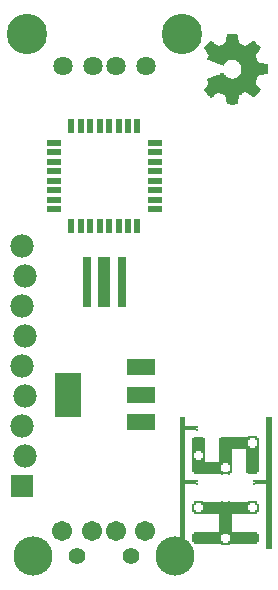
<source format=gts>
G75*
%MOIN*%
%OFA0B0*%
%FSLAX25Y25*%
%IPPOS*%
%LPD*%
%AMOC8*
5,1,8,0,0,1.08239X$1,22.5*
%
%ADD10R,0.09200X0.05200*%
%ADD11R,0.09061X0.14573*%
%ADD12R,0.07800X0.07800*%
%ADD13C,0.07800*%
%ADD14R,0.02369X0.05124*%
%ADD15R,0.05124X0.02369*%
%ADD16C,0.06422*%
%ADD17C,0.13455*%
%ADD18C,0.06737*%
%ADD19C,0.13061*%
%ADD20C,0.05518*%
%ADD21R,0.03156X0.16542*%
%ADD22R,0.04337X0.16542*%
%ADD23R,0.00600X0.44400*%
%ADD24R,0.00600X0.01800*%
%ADD25R,0.00600X0.11400*%
%ADD26R,0.00600X0.03000*%
%ADD27R,0.00600X0.05400*%
%ADD28R,0.00600X0.01200*%
%ADD29R,0.00600X0.04200*%
%ADD30R,0.00600X0.00600*%
%ADD31R,0.00600X0.04800*%
%ADD32R,0.00600X0.12000*%
%ADD33R,0.00600X0.14400*%
%ADD34R,0.00600X0.09600*%
%ADD35R,0.00600X0.09000*%
%ADD36R,0.00600X0.10800*%
%ADD37R,0.00039X0.00197*%
%ADD38R,0.00039X0.00315*%
%ADD39R,0.00039X0.00394*%
%ADD40R,0.00039X0.00512*%
%ADD41R,0.00039X0.00591*%
%ADD42R,0.00039X0.00709*%
%ADD43R,0.00039X0.00787*%
%ADD44R,0.00039X0.00866*%
%ADD45R,0.00039X0.00984*%
%ADD46R,0.00039X0.01063*%
%ADD47R,0.00039X0.01181*%
%ADD48R,0.00039X0.01260*%
%ADD49R,0.00039X0.01378*%
%ADD50R,0.00039X0.01457*%
%ADD51R,0.00039X0.01575*%
%ADD52R,0.00039X0.01654*%
%ADD53R,0.00039X0.01772*%
%ADD54R,0.00039X0.01850*%
%ADD55R,0.00039X0.01929*%
%ADD56R,0.00039X0.02047*%
%ADD57R,0.00039X0.02126*%
%ADD58R,0.00039X0.02244*%
%ADD59R,0.00039X0.02323*%
%ADD60R,0.00039X0.02441*%
%ADD61R,0.00039X0.02520*%
%ADD62R,0.00039X0.02638*%
%ADD63R,0.00039X0.02717*%
%ADD64R,0.00039X0.00079*%
%ADD65R,0.00039X0.02835*%
%ADD66R,0.00039X0.00236*%
%ADD67R,0.00039X0.02913*%
%ADD68R,0.00039X0.02992*%
%ADD69R,0.00039X0.03110*%
%ADD70R,0.00039X0.03189*%
%ADD71R,0.00039X0.03307*%
%ADD72R,0.00039X0.03386*%
%ADD73R,0.00039X0.03504*%
%ADD74R,0.00039X0.00906*%
%ADD75R,0.00039X0.03583*%
%ADD76R,0.00039X0.03701*%
%ADD77R,0.00039X0.01024*%
%ADD78R,0.00039X0.03780*%
%ADD79R,0.00039X0.01142*%
%ADD80R,0.00039X0.03898*%
%ADD81R,0.00039X0.01220*%
%ADD82R,0.00039X0.03976*%
%ADD83R,0.00039X0.01339*%
%ADD84R,0.00039X0.04094*%
%ADD85R,0.00039X0.05669*%
%ADD86R,0.00039X0.05748*%
%ADD87R,0.00039X0.05787*%
%ADD88R,0.00039X0.05866*%
%ADD89R,0.00039X0.05906*%
%ADD90R,0.00039X0.05984*%
%ADD91R,0.00039X0.06024*%
%ADD92R,0.00039X0.06063*%
%ADD93R,0.00039X0.06142*%
%ADD94R,0.00039X0.06181*%
%ADD95R,0.00039X0.06260*%
%ADD96R,0.00039X0.06299*%
%ADD97R,0.00039X0.06339*%
%ADD98R,0.00039X0.06417*%
%ADD99R,0.00039X0.06496*%
%ADD100R,0.00039X0.06457*%
%ADD101R,0.00039X0.06378*%
%ADD102R,0.00039X0.06220*%
%ADD103R,0.00039X0.06102*%
%ADD104R,0.00039X0.05945*%
%ADD105R,0.00039X0.06535*%
%ADD106R,0.00039X0.06575*%
%ADD107R,0.00039X0.06614*%
%ADD108R,0.00039X0.06693*%
%ADD109R,0.00039X0.06732*%
%ADD110R,0.00039X0.06772*%
%ADD111R,0.00039X0.06811*%
%ADD112R,0.00039X0.06850*%
%ADD113R,0.00039X0.06890*%
%ADD114R,0.00039X0.06929*%
%ADD115R,0.00039X0.06969*%
%ADD116R,0.00039X0.07008*%
%ADD117R,0.00039X0.06654*%
%ADD118R,0.00039X0.07126*%
%ADD119R,0.00039X0.07283*%
%ADD120R,0.00039X0.07480*%
%ADD121R,0.00039X0.07677*%
%ADD122R,0.00039X0.07835*%
%ADD123R,0.00039X0.08031*%
%ADD124R,0.00039X0.08228*%
%ADD125R,0.00039X0.08386*%
%ADD126R,0.00039X0.08583*%
%ADD127R,0.00039X0.08780*%
%ADD128R,0.00039X0.08740*%
%ADD129R,0.00039X0.08701*%
%ADD130R,0.00039X0.08661*%
%ADD131R,0.00039X0.08622*%
%ADD132R,0.00039X0.08543*%
%ADD133R,0.00039X0.08504*%
%ADD134R,0.00039X0.08465*%
%ADD135R,0.00039X0.08425*%
%ADD136R,0.00039X0.08819*%
%ADD137R,0.00039X0.08268*%
%ADD138R,0.00039X0.08071*%
%ADD139R,0.00039X0.07913*%
%ADD140R,0.00039X0.07717*%
%ADD141R,0.00039X0.07559*%
%ADD142R,0.00039X0.07323*%
%ADD143R,0.00039X0.07165*%
%ADD144R,0.00039X0.07087*%
%ADD145R,0.00039X0.07402*%
%ADD146R,0.00039X0.16260*%
%ADD147R,0.00039X0.16181*%
%ADD148R,0.00039X0.16102*%
%ADD149R,0.00039X0.16024*%
%ADD150R,0.00039X0.15945*%
%ADD151R,0.00039X0.15866*%
%ADD152R,0.00039X0.15787*%
%ADD153R,0.00039X0.15709*%
%ADD154R,0.00039X0.15630*%
%ADD155R,0.00039X0.15551*%
%ADD156R,0.00039X0.15472*%
%ADD157R,0.00039X0.15394*%
%ADD158R,0.00039X0.15315*%
%ADD159R,0.00039X0.15236*%
%ADD160R,0.00039X0.16339*%
%ADD161R,0.00039X0.16417*%
%ADD162R,0.00039X0.16496*%
%ADD163R,0.00039X0.16575*%
%ADD164R,0.00039X0.16654*%
%ADD165R,0.00039X0.16732*%
%ADD166R,0.00039X0.16811*%
%ADD167R,0.00039X0.16890*%
%ADD168R,0.00039X0.16969*%
%ADD169R,0.00039X0.17047*%
%ADD170R,0.00039X0.17126*%
%ADD171R,0.00039X0.17205*%
%ADD172R,0.00039X0.17283*%
%ADD173R,0.00039X0.17362*%
%ADD174R,0.00039X0.17441*%
%ADD175R,0.00039X0.17520*%
%ADD176R,0.00039X0.17598*%
%ADD177R,0.00039X0.17677*%
%ADD178R,0.00039X0.17756*%
%ADD179R,0.00039X0.17835*%
%ADD180R,0.00039X0.17913*%
%ADD181R,0.00039X0.17992*%
%ADD182R,0.00039X0.18071*%
%ADD183R,0.00039X0.18150*%
%ADD184R,0.00039X0.18228*%
%ADD185R,0.00039X0.18307*%
%ADD186R,0.00039X0.18386*%
%ADD187R,0.00039X0.18465*%
%ADD188R,0.00039X0.18543*%
%ADD189R,0.00039X0.18622*%
%ADD190R,0.00039X0.18701*%
%ADD191R,0.00039X0.04370*%
%ADD192R,0.00039X0.04291*%
%ADD193R,0.00039X0.04173*%
%ADD194R,0.00039X0.07992*%
%ADD195R,0.00039X0.07598*%
%ADD196R,0.00039X0.07441*%
%ADD197R,0.00039X0.07205*%
%ADD198R,0.00039X0.03622*%
%ADD199R,0.00039X0.07047*%
%ADD200R,0.00039X0.03425*%
%ADD201R,0.00039X0.03228*%
%ADD202R,0.00039X0.03031*%
%ADD203R,0.00039X0.05709*%
%ADD204R,0.00039X0.05512*%
%ADD205R,0.00039X0.05315*%
%ADD206R,0.00039X0.05157*%
%ADD207R,0.00039X0.02559*%
%ADD208R,0.00039X0.04921*%
%ADD209R,0.00039X0.04764*%
%ADD210R,0.00039X0.02362*%
%ADD211R,0.00039X0.04606*%
%ADD212R,0.00039X0.04528*%
%ADD213R,0.00039X0.02165*%
%ADD214R,0.00039X0.04449*%
%ADD215R,0.00039X0.04409*%
%ADD216R,0.00039X0.01969*%
%ADD217R,0.00039X0.01299*%
%ADD218R,0.00039X0.01102*%
%ADD219R,0.00039X0.04213*%
%ADD220R,0.00039X0.04134*%
%ADD221R,0.00039X0.04055*%
%ADD222R,0.00039X0.03819*%
%ADD223R,0.00039X0.03740*%
%ADD224R,0.00039X0.03661*%
%ADD225R,0.00039X0.03346*%
%ADD226R,0.00039X0.03268*%
D10*
X0053370Y0116316D03*
X0053370Y0125416D03*
X0053370Y0134516D03*
D11*
X0028969Y0125416D03*
D12*
X0013780Y0095022D03*
D13*
X0014780Y0105022D03*
X0013780Y0115022D03*
X0014780Y0125022D03*
X0013780Y0135022D03*
X0014780Y0145022D03*
X0013780Y0155022D03*
X0014780Y0165022D03*
X0013808Y0175022D03*
D14*
X0030146Y0181518D03*
X0033296Y0181518D03*
X0036446Y0181518D03*
X0039595Y0181518D03*
X0042745Y0181518D03*
X0045894Y0181518D03*
X0049044Y0181518D03*
X0052194Y0181518D03*
X0052194Y0214983D03*
X0049044Y0214983D03*
X0045894Y0214983D03*
X0042745Y0214983D03*
X0039595Y0214983D03*
X0036446Y0214983D03*
X0033296Y0214983D03*
X0029950Y0214983D03*
D15*
X0024438Y0209274D03*
X0024438Y0206124D03*
X0024438Y0202975D03*
X0024438Y0199825D03*
X0024438Y0196676D03*
X0024438Y0193526D03*
X0024438Y0190376D03*
X0024438Y0187227D03*
X0057902Y0187227D03*
X0057902Y0190376D03*
X0057902Y0193526D03*
X0057902Y0196676D03*
X0057902Y0199825D03*
X0057902Y0202975D03*
X0057902Y0206124D03*
X0057902Y0209274D03*
D16*
X0054950Y0234825D03*
X0045107Y0234825D03*
X0037233Y0234825D03*
X0027391Y0234825D03*
D17*
X0015304Y0245494D03*
X0067036Y0245494D03*
D18*
X0054753Y0079865D03*
X0044910Y0079865D03*
X0037036Y0079865D03*
X0027194Y0079865D03*
D19*
X0017351Y0071479D03*
X0064595Y0071479D03*
D20*
X0050028Y0071479D03*
X0031918Y0071479D03*
D21*
X0035265Y0162817D03*
X0047076Y0162817D03*
D22*
X0041170Y0162817D03*
D23*
X0066592Y0095810D03*
X0067192Y0095810D03*
X0067792Y0095810D03*
X0095392Y0095810D03*
X0095992Y0095810D03*
X0096592Y0095810D03*
D24*
X0094792Y0096110D03*
X0094192Y0096110D03*
X0093592Y0096110D03*
X0092992Y0096110D03*
X0092392Y0096110D03*
X0091792Y0096110D03*
X0071392Y0096110D03*
X0070792Y0096110D03*
X0070192Y0096110D03*
X0069592Y0096110D03*
X0068992Y0096110D03*
X0068392Y0096110D03*
X0068392Y0114110D03*
X0068992Y0114110D03*
X0069592Y0114110D03*
X0070192Y0114110D03*
X0070792Y0114110D03*
X0071392Y0114110D03*
D25*
X0070792Y0105110D03*
X0080392Y0084110D03*
X0082792Y0084110D03*
X0092392Y0105110D03*
D26*
X0092392Y0087710D03*
X0092392Y0077510D03*
X0070792Y0077510D03*
X0070792Y0087710D03*
D27*
X0071392Y0101510D03*
X0071392Y0108710D03*
X0073792Y0108710D03*
X0073792Y0101510D03*
D28*
X0073792Y0089210D03*
X0073792Y0086210D03*
X0071392Y0086210D03*
X0071392Y0089210D03*
X0080392Y0099410D03*
X0082792Y0099410D03*
X0089392Y0089210D03*
X0091792Y0089210D03*
X0091792Y0086210D03*
X0089392Y0086210D03*
X0082792Y0076010D03*
X0080392Y0076010D03*
X0089392Y0110810D03*
X0091792Y0110810D03*
D29*
X0088192Y0109310D03*
X0087592Y0109310D03*
X0086992Y0109310D03*
X0086392Y0109310D03*
X0085792Y0109310D03*
X0085192Y0109310D03*
X0084592Y0109310D03*
X0083992Y0109310D03*
X0079192Y0100910D03*
X0078592Y0100910D03*
X0077992Y0100910D03*
X0077392Y0100910D03*
X0076792Y0100910D03*
X0076192Y0100910D03*
X0075592Y0100910D03*
X0074992Y0100910D03*
X0074992Y0087710D03*
X0074392Y0087710D03*
X0075592Y0087710D03*
X0076192Y0087710D03*
X0076792Y0087710D03*
X0077392Y0087710D03*
X0077992Y0087710D03*
X0078592Y0087710D03*
X0079192Y0087710D03*
X0079192Y0077510D03*
X0078592Y0077510D03*
X0077992Y0077510D03*
X0077392Y0077510D03*
X0076792Y0077510D03*
X0076192Y0077510D03*
X0075592Y0077510D03*
X0074992Y0077510D03*
X0074392Y0077510D03*
X0073792Y0077510D03*
X0073192Y0077510D03*
X0072592Y0077510D03*
X0071992Y0077510D03*
X0071392Y0077510D03*
X0083992Y0077510D03*
X0084592Y0077510D03*
X0085192Y0077510D03*
X0085792Y0077510D03*
X0086392Y0077510D03*
X0086992Y0077510D03*
X0087592Y0077510D03*
X0088192Y0077510D03*
X0088792Y0077510D03*
X0089392Y0077510D03*
X0089992Y0077510D03*
X0090592Y0077510D03*
X0091192Y0077510D03*
X0091792Y0077510D03*
X0088792Y0087710D03*
X0088192Y0087710D03*
X0087592Y0087710D03*
X0086992Y0087710D03*
X0086392Y0087710D03*
X0085792Y0087710D03*
X0085192Y0087710D03*
X0084592Y0087710D03*
X0083992Y0087710D03*
D30*
X0082192Y0099110D03*
X0081592Y0099110D03*
X0080992Y0099110D03*
X0073192Y0089510D03*
X0072592Y0089510D03*
X0071992Y0089510D03*
X0071992Y0085910D03*
X0072592Y0085910D03*
X0073192Y0085910D03*
X0071992Y0095510D03*
X0071992Y0096710D03*
X0071992Y0113510D03*
X0071992Y0114710D03*
X0080992Y0075710D03*
X0081592Y0075710D03*
X0082192Y0075710D03*
X0089992Y0085910D03*
X0090592Y0085910D03*
X0091192Y0085910D03*
X0091192Y0089510D03*
X0090592Y0089510D03*
X0089992Y0089510D03*
X0091192Y0095510D03*
X0091192Y0096710D03*
X0091192Y0111110D03*
X0090592Y0111110D03*
X0089992Y0111110D03*
D31*
X0073192Y0109010D03*
X0072592Y0109010D03*
X0071992Y0109010D03*
X0071992Y0101210D03*
X0072592Y0101210D03*
X0073192Y0101210D03*
D32*
X0074392Y0104810D03*
X0079792Y0104810D03*
X0083392Y0105410D03*
X0088792Y0105410D03*
D33*
X0083392Y0082610D03*
X0079792Y0082610D03*
D34*
X0089392Y0103610D03*
X0091792Y0103610D03*
X0082792Y0106610D03*
X0080392Y0106610D03*
D35*
X0080992Y0106910D03*
X0081592Y0106910D03*
X0082192Y0106910D03*
X0089992Y0103310D03*
X0090592Y0103310D03*
X0091192Y0103310D03*
D36*
X0082192Y0084410D03*
X0081592Y0084410D03*
X0080992Y0084410D03*
D37*
X0074635Y0226754D03*
X0074635Y0240928D03*
D38*
X0074674Y0240908D03*
X0075737Y0237325D03*
X0075737Y0230357D03*
X0074674Y0226774D03*
X0093217Y0226774D03*
X0093217Y0240908D03*
D39*
X0093178Y0240908D03*
X0093178Y0226774D03*
X0075776Y0230317D03*
X0074713Y0226774D03*
X0075776Y0237365D03*
X0074713Y0240908D03*
D40*
X0074753Y0240888D03*
X0075816Y0237384D03*
X0075816Y0230298D03*
X0074753Y0226794D03*
X0093139Y0226794D03*
X0093139Y0240888D03*
D41*
X0093099Y0240888D03*
X0093099Y0226794D03*
X0075855Y0230258D03*
X0074792Y0226794D03*
X0075855Y0237424D03*
X0074792Y0240888D03*
D42*
X0074831Y0240869D03*
X0075894Y0237443D03*
X0075894Y0230239D03*
X0074831Y0226813D03*
X0093060Y0226813D03*
X0093060Y0240869D03*
D43*
X0093020Y0240869D03*
X0093020Y0226813D03*
X0075934Y0230199D03*
X0074871Y0226813D03*
X0075934Y0237483D03*
X0074871Y0240869D03*
D44*
X0074910Y0240869D03*
X0074910Y0226813D03*
D45*
X0074950Y0226833D03*
X0076013Y0230140D03*
X0076013Y0237542D03*
X0074950Y0240849D03*
X0092942Y0240849D03*
X0092942Y0226833D03*
D46*
X0074989Y0226833D03*
X0074989Y0240849D03*
D47*
X0075028Y0240829D03*
X0075028Y0226853D03*
X0092863Y0226853D03*
X0092863Y0240829D03*
D48*
X0075068Y0240829D03*
X0075068Y0226853D03*
D49*
X0075107Y0226872D03*
X0075107Y0240809D03*
X0092784Y0240809D03*
X0092784Y0226872D03*
D50*
X0092745Y0226872D03*
X0092745Y0240809D03*
X0076209Y0237699D03*
X0075146Y0240809D03*
X0076209Y0229983D03*
X0075146Y0226872D03*
D51*
X0075186Y0226892D03*
X0075186Y0240790D03*
X0092706Y0240790D03*
X0092706Y0226892D03*
D52*
X0092666Y0226892D03*
X0092666Y0240790D03*
X0075225Y0240790D03*
X0075225Y0226892D03*
D53*
X0075265Y0226912D03*
X0075265Y0240770D03*
X0092627Y0240770D03*
X0092627Y0226912D03*
D54*
X0092587Y0226912D03*
X0092587Y0240770D03*
X0075304Y0240770D03*
X0075304Y0226912D03*
D55*
X0075343Y0226912D03*
X0075343Y0240770D03*
D56*
X0075383Y0240750D03*
X0075383Y0226931D03*
X0092509Y0226931D03*
X0092509Y0240750D03*
D57*
X0075422Y0240750D03*
X0075422Y0226931D03*
D58*
X0075461Y0226951D03*
X0075461Y0240731D03*
X0092430Y0240731D03*
X0092430Y0226951D03*
D59*
X0075501Y0226951D03*
X0075501Y0240731D03*
D60*
X0075540Y0240711D03*
X0075540Y0226971D03*
X0092351Y0226971D03*
X0092351Y0240711D03*
D61*
X0075580Y0240711D03*
X0075580Y0226971D03*
D62*
X0075619Y0226991D03*
X0075619Y0240691D03*
X0092272Y0240691D03*
X0092272Y0226991D03*
D63*
X0092233Y0226991D03*
X0092233Y0240691D03*
X0075658Y0240691D03*
X0075658Y0226991D03*
D64*
X0075658Y0230396D03*
X0075658Y0237286D03*
D65*
X0075698Y0240672D03*
X0075698Y0227010D03*
X0092194Y0227010D03*
X0092194Y0240672D03*
D66*
X0093257Y0240908D03*
X0093257Y0226774D03*
X0075698Y0230357D03*
X0075698Y0237325D03*
D67*
X0075737Y0240672D03*
X0075737Y0227010D03*
X0092154Y0227010D03*
X0092154Y0240672D03*
D68*
X0075776Y0240672D03*
X0075776Y0227010D03*
D69*
X0075816Y0227030D03*
X0075816Y0240652D03*
X0092076Y0240652D03*
X0092076Y0227030D03*
D70*
X0095540Y0233841D03*
X0095580Y0233841D03*
X0075855Y0240652D03*
X0075855Y0227030D03*
D71*
X0075894Y0227050D03*
X0075894Y0240632D03*
X0091997Y0240632D03*
X0091997Y0227050D03*
D72*
X0075934Y0227050D03*
X0075934Y0240632D03*
D73*
X0075973Y0240613D03*
X0075973Y0227069D03*
X0091918Y0227069D03*
X0094831Y0233841D03*
X0094871Y0233841D03*
X0094910Y0233841D03*
X0094950Y0233841D03*
X0094989Y0233841D03*
X0091918Y0240613D03*
D74*
X0092981Y0240849D03*
X0092981Y0226833D03*
X0075973Y0230180D03*
X0075973Y0237502D03*
D75*
X0076013Y0240613D03*
X0076013Y0227069D03*
X0094595Y0233841D03*
X0094635Y0233841D03*
X0094674Y0233841D03*
X0094713Y0233841D03*
X0094753Y0233841D03*
X0094792Y0233841D03*
D76*
X0091839Y0240593D03*
X0091839Y0227089D03*
X0076052Y0227089D03*
X0076052Y0240593D03*
D77*
X0076052Y0237561D03*
X0076052Y0230120D03*
D78*
X0076091Y0227089D03*
X0076091Y0240593D03*
X0091800Y0240593D03*
X0094162Y0233821D03*
X0091800Y0227089D03*
D79*
X0076091Y0230101D03*
X0076091Y0237581D03*
D80*
X0076131Y0240573D03*
X0076131Y0227109D03*
X0091761Y0227109D03*
X0093769Y0233841D03*
X0093808Y0233841D03*
X0093847Y0233841D03*
X0093887Y0233841D03*
X0093926Y0233841D03*
X0091761Y0240573D03*
D81*
X0076131Y0237620D03*
X0076131Y0230061D03*
D82*
X0076170Y0227109D03*
X0076170Y0240573D03*
X0091721Y0240573D03*
X0093532Y0233841D03*
X0093572Y0233841D03*
X0093611Y0233841D03*
X0093650Y0233841D03*
X0093690Y0233841D03*
X0093729Y0233841D03*
X0091721Y0227109D03*
D83*
X0076170Y0230042D03*
X0076170Y0237640D03*
D84*
X0076209Y0240554D03*
X0076209Y0227128D03*
X0091682Y0227128D03*
X0091682Y0240554D03*
D85*
X0076249Y0239806D03*
X0076249Y0227876D03*
D86*
X0076288Y0227876D03*
X0076288Y0239806D03*
D87*
X0076328Y0239825D03*
X0076328Y0227857D03*
D88*
X0076367Y0227857D03*
X0079202Y0228998D03*
X0079241Y0229038D03*
X0079280Y0229038D03*
X0079320Y0229077D03*
X0079359Y0229077D03*
X0079359Y0238605D03*
X0079320Y0238605D03*
X0079280Y0238644D03*
X0079241Y0238644D03*
X0079202Y0238683D03*
X0076367Y0239825D03*
X0092115Y0233841D03*
D89*
X0079477Y0238585D03*
X0079438Y0238585D03*
X0079398Y0238585D03*
X0079162Y0238703D03*
X0079123Y0238703D03*
X0079083Y0238743D03*
X0076406Y0239845D03*
X0079398Y0229097D03*
X0079438Y0229097D03*
X0079477Y0229097D03*
X0079162Y0228979D03*
X0079123Y0228979D03*
X0079083Y0228939D03*
X0076406Y0227837D03*
D90*
X0076446Y0227837D03*
X0078808Y0228782D03*
X0078847Y0228821D03*
X0078887Y0228821D03*
X0078926Y0228861D03*
X0079517Y0229097D03*
X0079556Y0229097D03*
X0079556Y0238585D03*
X0079517Y0238585D03*
X0078926Y0238821D03*
X0078887Y0238861D03*
X0078847Y0238861D03*
X0078808Y0238900D03*
X0076446Y0239845D03*
D91*
X0076485Y0239865D03*
X0078611Y0238998D03*
X0078690Y0238959D03*
X0078729Y0238920D03*
X0078769Y0238920D03*
X0078769Y0228762D03*
X0078729Y0228762D03*
X0078690Y0228723D03*
X0078611Y0228683D03*
X0076485Y0227817D03*
D92*
X0076524Y0227798D03*
X0078493Y0228624D03*
X0078532Y0228624D03*
X0078572Y0228664D03*
X0078650Y0228703D03*
X0079595Y0229097D03*
X0079635Y0229097D03*
X0079674Y0229097D03*
X0079674Y0238585D03*
X0079635Y0238585D03*
X0079595Y0238585D03*
X0078650Y0238979D03*
X0078572Y0239018D03*
X0078532Y0239057D03*
X0078493Y0239057D03*
X0076524Y0239884D03*
D93*
X0076564Y0239884D03*
X0078217Y0239215D03*
X0078296Y0239176D03*
X0078375Y0239136D03*
X0079713Y0238585D03*
X0079753Y0238585D03*
X0079753Y0229097D03*
X0079713Y0229097D03*
X0078375Y0228546D03*
X0078296Y0228506D03*
X0078217Y0228467D03*
X0076564Y0227798D03*
D94*
X0076603Y0227778D03*
X0078060Y0228369D03*
X0078099Y0228408D03*
X0078139Y0228408D03*
X0078178Y0228447D03*
X0078257Y0228487D03*
X0078257Y0239195D03*
X0078178Y0239235D03*
X0078139Y0239274D03*
X0078099Y0239274D03*
X0078060Y0239313D03*
X0076603Y0239904D03*
D95*
X0076643Y0239904D03*
X0077745Y0239471D03*
X0077824Y0239431D03*
X0077902Y0239392D03*
X0079871Y0238565D03*
X0079871Y0229117D03*
X0077902Y0228290D03*
X0077824Y0228250D03*
X0077745Y0228211D03*
X0076643Y0227778D03*
X0086170Y0228369D03*
X0086209Y0228408D03*
X0086249Y0228447D03*
X0086288Y0228487D03*
X0086288Y0239195D03*
X0086249Y0239235D03*
X0086209Y0239274D03*
X0086170Y0239313D03*
X0092036Y0233841D03*
D96*
X0086131Y0239372D03*
X0081761Y0239372D03*
X0081721Y0239333D03*
X0081682Y0239294D03*
X0081643Y0239254D03*
X0079950Y0238585D03*
X0079910Y0238585D03*
X0077784Y0239451D03*
X0077706Y0239491D03*
X0077666Y0239530D03*
X0076682Y0239924D03*
X0079910Y0229097D03*
X0079950Y0229097D03*
X0081643Y0228428D03*
X0081682Y0228388D03*
X0081721Y0228349D03*
X0081761Y0228309D03*
X0077784Y0228231D03*
X0077706Y0228191D03*
X0077666Y0228152D03*
X0076682Y0227758D03*
X0086131Y0228309D03*
D97*
X0086328Y0228526D03*
X0086328Y0239156D03*
X0081603Y0239235D03*
X0077627Y0239550D03*
X0077587Y0239550D03*
X0077548Y0239589D03*
X0077469Y0239628D03*
X0076721Y0239943D03*
X0077587Y0228132D03*
X0077627Y0228132D03*
X0077548Y0228093D03*
X0077469Y0228054D03*
X0076721Y0227739D03*
X0081603Y0228447D03*
D98*
X0081485Y0228526D03*
X0081446Y0228565D03*
X0080068Y0229117D03*
X0077312Y0227975D03*
X0077272Y0227935D03*
X0077233Y0227935D03*
X0077194Y0227896D03*
X0076800Y0227739D03*
X0076761Y0227739D03*
X0080068Y0238565D03*
X0081446Y0239117D03*
X0081485Y0239156D03*
X0077312Y0239707D03*
X0077272Y0239746D03*
X0077233Y0239746D03*
X0077194Y0239786D03*
X0076800Y0239943D03*
X0076761Y0239943D03*
X0086446Y0239077D03*
X0086485Y0239038D03*
X0086485Y0228644D03*
X0086446Y0228605D03*
D99*
X0086524Y0228683D03*
X0086564Y0228723D03*
X0086091Y0228211D03*
X0086564Y0238959D03*
X0086524Y0238998D03*
X0086091Y0239471D03*
X0081406Y0239077D03*
X0077036Y0239865D03*
X0076997Y0239904D03*
X0076957Y0239904D03*
X0076879Y0239943D03*
X0076839Y0239943D03*
X0077036Y0227817D03*
X0076997Y0227778D03*
X0076957Y0227778D03*
X0076879Y0227739D03*
X0076839Y0227739D03*
X0081406Y0228605D03*
X0091997Y0233841D03*
D100*
X0080146Y0238585D03*
X0080107Y0238585D03*
X0077154Y0239806D03*
X0077115Y0239806D03*
X0077076Y0239845D03*
X0076918Y0239924D03*
X0080107Y0229097D03*
X0080146Y0229097D03*
X0077154Y0227876D03*
X0077115Y0227876D03*
X0077076Y0227837D03*
X0076918Y0227758D03*
D101*
X0077351Y0227994D03*
X0077391Y0227994D03*
X0077430Y0228034D03*
X0077509Y0228073D03*
X0079989Y0229097D03*
X0080028Y0229097D03*
X0081524Y0228506D03*
X0081564Y0228467D03*
X0081800Y0228231D03*
X0086367Y0228546D03*
X0086406Y0228585D03*
X0086406Y0239097D03*
X0086367Y0239136D03*
X0081800Y0239451D03*
X0081564Y0239215D03*
X0081524Y0239176D03*
X0080028Y0238585D03*
X0079989Y0238585D03*
X0077509Y0239609D03*
X0077430Y0239648D03*
X0077391Y0239687D03*
X0077351Y0239687D03*
D102*
X0077863Y0239412D03*
X0077942Y0239372D03*
X0077981Y0239333D03*
X0078020Y0239333D03*
X0079792Y0238585D03*
X0079831Y0238585D03*
X0079831Y0229097D03*
X0079792Y0229097D03*
X0078020Y0228349D03*
X0077981Y0228349D03*
X0077942Y0228309D03*
X0077863Y0228270D03*
D103*
X0078335Y0228526D03*
X0078414Y0228565D03*
X0078454Y0228605D03*
X0078454Y0239077D03*
X0078414Y0239117D03*
X0078335Y0239156D03*
X0092076Y0233841D03*
D104*
X0079044Y0238762D03*
X0079005Y0238802D03*
X0078965Y0238802D03*
X0079044Y0228920D03*
X0079005Y0228880D03*
X0078965Y0228880D03*
D105*
X0080186Y0229097D03*
X0080225Y0229097D03*
X0081328Y0228664D03*
X0081367Y0228624D03*
X0080225Y0238585D03*
X0080186Y0238585D03*
X0081328Y0239018D03*
X0081367Y0239057D03*
X0086603Y0238939D03*
X0086603Y0228743D03*
D106*
X0081839Y0228093D03*
X0080265Y0229117D03*
X0080265Y0238565D03*
X0081839Y0239589D03*
D107*
X0081288Y0238979D03*
X0081249Y0238939D03*
X0080343Y0238585D03*
X0080304Y0238585D03*
X0080304Y0229097D03*
X0080343Y0229097D03*
X0081249Y0228743D03*
X0081288Y0228703D03*
X0086643Y0228782D03*
X0086643Y0238900D03*
D108*
X0086721Y0238821D03*
X0086721Y0228861D03*
X0080422Y0229097D03*
X0080383Y0229097D03*
X0080383Y0238585D03*
X0080422Y0238585D03*
D109*
X0080461Y0238565D03*
X0081131Y0238841D03*
X0081170Y0238880D03*
X0081879Y0239707D03*
X0080461Y0229117D03*
X0081131Y0228841D03*
X0081170Y0228802D03*
X0081879Y0227975D03*
X0086761Y0228920D03*
X0086761Y0238762D03*
D110*
X0081091Y0238821D03*
X0080501Y0238585D03*
X0080501Y0229097D03*
X0081091Y0228861D03*
D111*
X0081052Y0228920D03*
X0080540Y0229117D03*
X0080540Y0238565D03*
X0081052Y0238762D03*
X0086013Y0239707D03*
X0086800Y0238723D03*
X0086800Y0228959D03*
X0086013Y0227975D03*
D112*
X0086839Y0229018D03*
X0086839Y0238664D03*
X0080619Y0238585D03*
X0080580Y0238585D03*
X0080580Y0229097D03*
X0080619Y0229097D03*
D113*
X0080658Y0229117D03*
X0081013Y0228959D03*
X0080658Y0238565D03*
X0081013Y0238723D03*
X0091918Y0233841D03*
D114*
X0086879Y0238624D03*
X0086879Y0229057D03*
X0081918Y0227876D03*
X0080973Y0228979D03*
X0080737Y0229097D03*
X0080698Y0229097D03*
X0080698Y0238585D03*
X0080737Y0238585D03*
X0080973Y0238703D03*
X0081918Y0239806D03*
D115*
X0080934Y0238644D03*
X0080855Y0238605D03*
X0080816Y0238605D03*
X0080776Y0238605D03*
X0080776Y0229077D03*
X0080816Y0229077D03*
X0080855Y0229077D03*
X0080934Y0229038D03*
D116*
X0080894Y0229057D03*
X0080894Y0238624D03*
X0085973Y0239845D03*
X0086918Y0238585D03*
X0086918Y0229097D03*
X0085973Y0227837D03*
D117*
X0086052Y0228093D03*
X0086682Y0228841D03*
X0086682Y0238841D03*
X0086052Y0239589D03*
X0081209Y0238920D03*
X0081209Y0228762D03*
X0091957Y0233841D03*
D118*
X0081957Y0239943D03*
X0081957Y0227739D03*
D119*
X0081997Y0227620D03*
X0081997Y0240061D03*
X0087036Y0238369D03*
X0087036Y0229313D03*
D120*
X0082036Y0227483D03*
X0082036Y0240199D03*
D121*
X0082076Y0240298D03*
X0082076Y0227384D03*
D122*
X0082115Y0227266D03*
X0082115Y0240416D03*
X0087154Y0238054D03*
X0087154Y0229628D03*
X0091721Y0233841D03*
D123*
X0082154Y0240554D03*
X0082154Y0227128D03*
D124*
X0082194Y0227030D03*
X0082194Y0240652D03*
X0091643Y0233841D03*
D125*
X0091603Y0233841D03*
X0082233Y0240770D03*
X0082233Y0226912D03*
D126*
X0082272Y0226774D03*
X0082981Y0226459D03*
X0083020Y0226459D03*
X0083060Y0226459D03*
X0084831Y0226459D03*
X0084871Y0226459D03*
X0084910Y0226459D03*
X0082272Y0240908D03*
X0082981Y0241223D03*
X0083020Y0241223D03*
X0083060Y0241223D03*
X0084831Y0241223D03*
X0084871Y0241223D03*
X0084910Y0241223D03*
D127*
X0085343Y0241124D03*
X0085383Y0241124D03*
X0085580Y0241006D03*
X0082548Y0241124D03*
X0082509Y0241124D03*
X0082469Y0241124D03*
X0082430Y0241085D03*
X0082391Y0241085D03*
X0082351Y0241046D03*
X0082312Y0241006D03*
X0082312Y0226676D03*
X0082351Y0226636D03*
X0082391Y0226597D03*
X0082430Y0226597D03*
X0082469Y0226557D03*
X0082509Y0226557D03*
X0082548Y0226557D03*
X0085343Y0226557D03*
X0085383Y0226557D03*
X0085580Y0226676D03*
D128*
X0085304Y0226538D03*
X0085265Y0226538D03*
X0082627Y0226538D03*
X0082587Y0226538D03*
X0082587Y0241144D03*
X0082627Y0241144D03*
X0085265Y0241144D03*
X0085304Y0241144D03*
D129*
X0085225Y0241164D03*
X0085186Y0241164D03*
X0082706Y0241164D03*
X0082666Y0241164D03*
X0082666Y0226518D03*
X0082706Y0226518D03*
X0085186Y0226518D03*
X0085225Y0226518D03*
D130*
X0085146Y0226498D03*
X0085107Y0226498D03*
X0085068Y0226498D03*
X0085619Y0226774D03*
X0082824Y0226498D03*
X0082784Y0226498D03*
X0082745Y0226498D03*
X0082745Y0241183D03*
X0082784Y0241183D03*
X0082824Y0241183D03*
X0085068Y0241183D03*
X0085107Y0241183D03*
X0085146Y0241183D03*
X0085619Y0240908D03*
D131*
X0085028Y0241203D03*
X0084989Y0241203D03*
X0084950Y0241203D03*
X0082942Y0241203D03*
X0082902Y0241203D03*
X0082863Y0241203D03*
X0082863Y0226479D03*
X0082902Y0226479D03*
X0082942Y0226479D03*
X0084950Y0226479D03*
X0084989Y0226479D03*
X0085028Y0226479D03*
X0091564Y0233841D03*
D132*
X0084792Y0241243D03*
X0084753Y0241243D03*
X0084713Y0241243D03*
X0084674Y0241243D03*
X0083217Y0241243D03*
X0083178Y0241243D03*
X0083139Y0241243D03*
X0083099Y0241243D03*
X0083099Y0226439D03*
X0083139Y0226439D03*
X0083178Y0226439D03*
X0083217Y0226439D03*
X0084674Y0226439D03*
X0084713Y0226439D03*
X0084753Y0226439D03*
X0084792Y0226439D03*
D133*
X0084635Y0226420D03*
X0084595Y0226420D03*
X0084556Y0226420D03*
X0084517Y0226420D03*
X0084477Y0226420D03*
X0083414Y0226420D03*
X0083375Y0226420D03*
X0083335Y0226420D03*
X0083296Y0226420D03*
X0083257Y0226420D03*
X0083257Y0241262D03*
X0083296Y0241262D03*
X0083335Y0241262D03*
X0083375Y0241262D03*
X0083414Y0241262D03*
X0084477Y0241262D03*
X0084517Y0241262D03*
X0084556Y0241262D03*
X0084595Y0241262D03*
X0084635Y0241262D03*
D134*
X0084438Y0241282D03*
X0084398Y0241282D03*
X0084359Y0241282D03*
X0084320Y0241282D03*
X0084280Y0241282D03*
X0084241Y0241282D03*
X0084202Y0241282D03*
X0084162Y0241282D03*
X0084123Y0241282D03*
X0084083Y0241282D03*
X0083808Y0241282D03*
X0083769Y0241282D03*
X0083729Y0241282D03*
X0083690Y0241282D03*
X0083650Y0241282D03*
X0083611Y0241282D03*
X0083572Y0241282D03*
X0083532Y0241282D03*
X0083493Y0241282D03*
X0083454Y0241282D03*
X0085658Y0240809D03*
X0085658Y0226872D03*
X0084438Y0226400D03*
X0084398Y0226400D03*
X0084359Y0226400D03*
X0084320Y0226400D03*
X0084280Y0226400D03*
X0084241Y0226400D03*
X0084202Y0226400D03*
X0084162Y0226400D03*
X0084123Y0226400D03*
X0084083Y0226400D03*
X0083808Y0226400D03*
X0083769Y0226400D03*
X0083729Y0226400D03*
X0083690Y0226400D03*
X0083650Y0226400D03*
X0083611Y0226400D03*
X0083572Y0226400D03*
X0083532Y0226400D03*
X0083493Y0226400D03*
X0083454Y0226400D03*
D135*
X0083847Y0226380D03*
X0083887Y0226380D03*
X0083926Y0226380D03*
X0083965Y0226380D03*
X0084005Y0226380D03*
X0084044Y0226380D03*
X0084044Y0241302D03*
X0084005Y0241302D03*
X0083965Y0241302D03*
X0083926Y0241302D03*
X0083887Y0241302D03*
X0083847Y0241302D03*
D136*
X0085422Y0241105D03*
X0085461Y0241105D03*
X0085501Y0241065D03*
X0085540Y0241065D03*
X0085540Y0226617D03*
X0085501Y0226617D03*
X0085461Y0226577D03*
X0085422Y0226577D03*
D137*
X0085698Y0227010D03*
X0085698Y0240672D03*
D138*
X0085737Y0240573D03*
X0085737Y0227109D03*
D139*
X0085776Y0227227D03*
X0085776Y0240455D03*
D140*
X0085816Y0240317D03*
X0085816Y0227365D03*
D141*
X0085855Y0227483D03*
X0087115Y0229491D03*
X0087115Y0238191D03*
X0085855Y0240199D03*
D142*
X0085894Y0240081D03*
X0085894Y0227601D03*
D143*
X0085934Y0227719D03*
X0086997Y0229215D03*
X0086997Y0238467D03*
X0085934Y0239963D03*
D144*
X0086957Y0238506D03*
X0086957Y0229176D03*
D145*
X0087076Y0229372D03*
X0087076Y0238309D03*
D146*
X0087194Y0233841D03*
X0089202Y0233841D03*
D147*
X0089162Y0233841D03*
X0087272Y0233841D03*
X0087233Y0233841D03*
D148*
X0087312Y0233841D03*
X0087351Y0233841D03*
X0089083Y0233841D03*
X0089123Y0233841D03*
D149*
X0089044Y0233841D03*
X0087469Y0233841D03*
X0087430Y0233841D03*
X0087391Y0233841D03*
D150*
X0087509Y0233841D03*
X0087548Y0233841D03*
X0088965Y0233841D03*
X0089005Y0233841D03*
D151*
X0088926Y0233841D03*
X0087627Y0233841D03*
X0087587Y0233841D03*
D152*
X0087666Y0233841D03*
X0087706Y0233841D03*
X0087745Y0233841D03*
X0088847Y0233841D03*
X0088887Y0233841D03*
D153*
X0088808Y0233841D03*
X0087824Y0233841D03*
X0087784Y0233841D03*
D154*
X0087863Y0233841D03*
X0087902Y0233841D03*
X0088729Y0233841D03*
X0088769Y0233841D03*
D155*
X0088690Y0233841D03*
X0088020Y0233841D03*
X0087981Y0233841D03*
X0087942Y0233841D03*
D156*
X0088060Y0233841D03*
X0088099Y0233841D03*
X0088611Y0233841D03*
X0088650Y0233841D03*
D157*
X0088572Y0233841D03*
X0088178Y0233841D03*
X0088139Y0233841D03*
D158*
X0088217Y0233841D03*
X0088257Y0233841D03*
X0088296Y0233841D03*
X0088493Y0233841D03*
X0088532Y0233841D03*
D159*
X0088454Y0233841D03*
X0088414Y0233841D03*
X0088375Y0233841D03*
X0088335Y0233841D03*
D160*
X0089241Y0233841D03*
X0089280Y0233841D03*
D161*
X0089320Y0233841D03*
D162*
X0089359Y0233841D03*
X0089398Y0233841D03*
D163*
X0089438Y0233841D03*
D164*
X0089477Y0233841D03*
X0089517Y0233841D03*
D165*
X0089556Y0233841D03*
D166*
X0089595Y0233841D03*
X0089635Y0233841D03*
D167*
X0089674Y0233841D03*
D168*
X0089713Y0233841D03*
X0089753Y0233841D03*
D169*
X0089792Y0233841D03*
D170*
X0089831Y0233841D03*
D171*
X0089871Y0233841D03*
X0089910Y0233841D03*
D172*
X0089950Y0233841D03*
D173*
X0089989Y0233841D03*
X0090028Y0233841D03*
D174*
X0090068Y0233841D03*
D175*
X0090107Y0233841D03*
X0090146Y0233841D03*
D176*
X0090186Y0233841D03*
D177*
X0090225Y0233841D03*
X0090265Y0233841D03*
D178*
X0090304Y0233841D03*
D179*
X0090343Y0233841D03*
X0090383Y0233841D03*
X0091524Y0233841D03*
D180*
X0091485Y0233841D03*
X0090422Y0233841D03*
D181*
X0090461Y0233841D03*
X0090501Y0233841D03*
X0091446Y0233841D03*
D182*
X0091406Y0233841D03*
X0090540Y0233841D03*
D183*
X0090580Y0233841D03*
X0091367Y0233841D03*
D184*
X0091328Y0233841D03*
X0090658Y0233841D03*
X0090619Y0233841D03*
D185*
X0090698Y0233841D03*
X0091288Y0233841D03*
D186*
X0091249Y0233841D03*
X0090776Y0233841D03*
X0090737Y0233841D03*
D187*
X0090816Y0233841D03*
X0091209Y0233841D03*
D188*
X0091170Y0233841D03*
X0090894Y0233841D03*
X0090855Y0233841D03*
D189*
X0090934Y0233841D03*
X0090973Y0233841D03*
X0091013Y0233841D03*
X0091091Y0233841D03*
X0091131Y0233841D03*
D190*
X0091052Y0233841D03*
D191*
X0092548Y0233841D03*
X0092587Y0233841D03*
X0092627Y0233841D03*
X0092666Y0233841D03*
X0091564Y0240534D03*
X0091564Y0227148D03*
D192*
X0091603Y0227148D03*
X0092706Y0233841D03*
X0092745Y0233841D03*
X0092784Y0233841D03*
X0092824Y0233841D03*
X0092863Y0233841D03*
X0091603Y0240534D03*
D193*
X0091643Y0240554D03*
X0091643Y0227128D03*
D194*
X0091682Y0233841D03*
D195*
X0091761Y0233841D03*
D196*
X0091800Y0233841D03*
D197*
X0091839Y0233841D03*
D198*
X0091879Y0240593D03*
X0091879Y0227089D03*
D199*
X0091879Y0233841D03*
D200*
X0091957Y0240613D03*
X0095028Y0233841D03*
X0095068Y0233841D03*
X0095107Y0233841D03*
X0095146Y0233841D03*
X0095186Y0233841D03*
X0091957Y0227069D03*
D201*
X0092036Y0227050D03*
X0092036Y0240632D03*
D202*
X0092115Y0240652D03*
X0092115Y0227030D03*
D203*
X0092154Y0233841D03*
D204*
X0092194Y0233821D03*
D205*
X0092233Y0233841D03*
D206*
X0092272Y0233841D03*
D207*
X0092312Y0240691D03*
X0092312Y0226991D03*
D208*
X0092312Y0233841D03*
D209*
X0092351Y0233841D03*
D210*
X0092391Y0240711D03*
X0092391Y0226971D03*
D211*
X0092391Y0233841D03*
D212*
X0092430Y0233841D03*
D213*
X0092469Y0240731D03*
X0092469Y0226951D03*
D214*
X0092469Y0233841D03*
D215*
X0092509Y0233821D03*
D216*
X0092548Y0240750D03*
X0092548Y0226931D03*
D217*
X0092824Y0226872D03*
X0092824Y0240809D03*
D218*
X0092902Y0240829D03*
X0092902Y0226853D03*
D219*
X0092902Y0233841D03*
X0092942Y0233841D03*
X0092981Y0233841D03*
X0093020Y0233841D03*
X0093060Y0233841D03*
X0093099Y0233841D03*
D220*
X0093139Y0233841D03*
X0093178Y0233841D03*
X0093217Y0233841D03*
X0093257Y0233841D03*
X0093296Y0233841D03*
D221*
X0093335Y0233841D03*
X0093375Y0233841D03*
X0093414Y0233841D03*
X0093454Y0233841D03*
X0093493Y0233841D03*
D222*
X0093965Y0233841D03*
X0094005Y0233841D03*
X0094044Y0233841D03*
X0094083Y0233841D03*
X0094123Y0233841D03*
D223*
X0094202Y0233841D03*
X0094241Y0233841D03*
X0094280Y0233841D03*
X0094320Y0233841D03*
X0094359Y0233841D03*
D224*
X0094398Y0233841D03*
X0094438Y0233841D03*
X0094477Y0233841D03*
X0094517Y0233841D03*
X0094556Y0233841D03*
D225*
X0095225Y0233841D03*
X0095265Y0233841D03*
X0095304Y0233841D03*
X0095343Y0233841D03*
X0095383Y0233841D03*
X0095422Y0233841D03*
D226*
X0095461Y0233841D03*
X0095501Y0233841D03*
M02*

</source>
